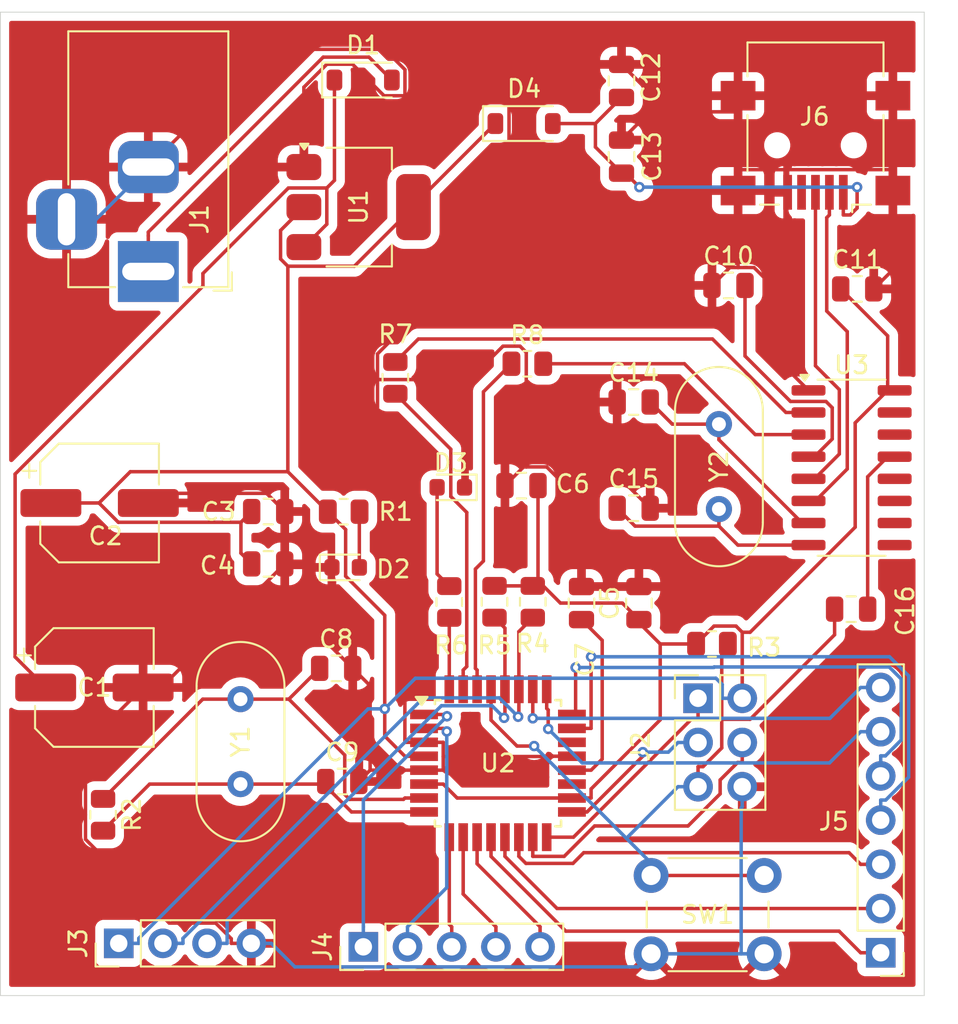
<source format=kicad_pcb>
(kicad_pcb (version 20240108) (generator "pcbnew") (generator_version "8.0")
  (layers (0 "F.Cu" signal) (31 "B.Cu" signal) (34 "B.Paste" user) (35 "F.Paste" user) (36 "B.SilkS" user "B.Silkscreen") (37 "F.SilkS" user "F.Silkscreen") (38 "B.Mask" user) (39 "F.Mask" user) (44 "Edge.Cuts" user))
  (net 0 "")
  (net 1 "Net-(D1-K)")
  (net 2 "GND")
  (net 3 "+5V")
  (net 4 "Net-(U2-AREF)")
  (net 5 "Net-(U2-XTAL1{slash}PB6)")
  (net 6 "Net-(U2-XTAL2{slash}PB7)")
  (net 7 "Net-(U3-V3)")
  (net 8 "Net-(D4-A)")
  (net 9 "Net-(U3-XI)")
  (net 10 "Net-(U3-XO)")
  (net 11 "Net-(U3-~{DTR})")
  (net 12 "/RST")
  (net 13 "Net-(D1-A)")
  (net 14 "Net-(D2-A)")
  (net 15 "Net-(D3-A)")
  (net 16 "/SCK")
  (net 17 "/MISO")
  (net 18 "/MOSI")
  (net 19 "/SCL")
  (net 20 "/SDA")
  (net 21 "/D4")
  (net 22 "/D7")
  (net 23 "/D3")
  (net 24 "/D5")
  (net 25 "/D6")
  (net 26 "/A1")
  (net 27 "/D8")
  (net 28 "/A3")
  (net 29 "/A2")
  (net 30 "/D9")
  (net 31 "/D10")
  (net 32 "/A0")
  (net 34 "/D+")
  (net 35 "/D-")
  (net 36 "Net-(U2-PD2)")
  (net 37 "Net-(U3-TXD)")
  (net 38 "/USB_TX")
  (net 39 "/USB_RX")
  (net 40 "Net-(U3-RXD)")
  (footprint "Resistor_SMD:R_0805_2012Metric" (layer "F.Cu") (at 148.5 99.7875 90)
    (property "Reference" "R6")
    (property "Value" "1k")
  )
  (footprint "Capacitor_SMD:C_0805_2012Metric" (layer "F.Cu") (at 138.0925 94.59)
    (property "Reference" "C3")
    (property "Value" "0.1uF")
  )
  (footprint "Capacitor_SMD:C_0805_2012Metric" (layer "F.Cu") (at 159.4 99.85 90)
    (property "Reference" "C5")
    (property "Value" "1uF")
  )
  (footprint "Connector_PinHeader_2.54mm:PinHeader_1x04_P2.54mm_Vertical" (layer "F.Cu") (at 129.5 119.4 90)
    (property "Reference" "J3")
    (property "Value" "Conn_01x04_Pin")
  )
  (footprint "Connector_PinHeader_2.54mm:PinHeader_2x03_P2.54mm_Vertical" (layer "F.Cu") (at 162.8 105.32)
    (property "Reference" "J2")
    (property "Value" "Conn_02x03_Odd_Even")
  )
  (footprint "Package_QFP:TQFP-32_7x7mm_P0.8mm" (layer "F.Cu") (at 151.3 109.05)
    (property "Reference" "U2")
    (property "Value" "ATmega328-A")
  )
  (footprint "Resistor_SMD:R_0805_2012Metric" (layer "F.Cu") (at 145.4 86.9125 -90)
    (property "Reference" "R7")
    (property "Value" "1k")
  )
  (footprint "LED_SMD:LED_0603_1608Metric" (layer "F.Cu") (at 142.5425 97.8)
    (property "Reference" "D2")
    (property "Value" "LED")
  )
  (footprint "Button_Switch_THT:SW_PUSH_6mm" (layer "F.Cu") (at 160.1 115.5)
    (property "Reference" "SW1")
    (property "Value" "SW_DIP_x01")
  )
  (footprint "Crystal:Crystal_HC49-4H_Vertical" (layer "F.Cu") (at 164 94.45 90)
    (property "Reference" "Y2")
    (property "Value" "1M")
  )
  (footprint "Connector_PinHeader_2.54mm:PinHeader_1x05_P2.54mm_Vertical" (layer "F.Cu") (at 143.56 119.6 90)
    (property "Reference" "J4")
    (property "Value" "Conn_01x05_Pin")
  )
  (footprint "Capacitor_SMD:CP_Elec_6.3x5.4" (layer "F.Cu") (at 128.1 104.7)
    (property "Reference" "C1")
    (property "Value" "47uF")
  )
  (footprint "Resistor_SMD:R_0805_2012Metric" (layer "F.Cu") (at 153.3 99.775 -90)
    (property "Reference" "R4")
    (property "Value" "10k")
  )
  (footprint "Package_SO:SOIC-16_3.9x9.9mm_P1.27mm" (layer "F.Cu") (at 171.625 92.075)
    (property "Reference" "U3")
    (property "Value" "CH340G")
  )
  (footprint "Package_TO_SOT_SMD:SOT-223-3_TabPin2" (layer "F.Cu") (at 143.2925 77.1)
    (property "Reference" "U1")
    (property "Value" "AMS1117-5.0")
  )
  (footprint "Capacitor_SMD:C_0805_2012Metric" (layer "F.Cu") (at 138.0925 97.6)
    (property "Reference" "C4")
    (property "Value" "0.1uF")
  )
  (footprint "Connector_BarrelJack:BarrelJack_Horizontal" (layer "F.Cu") (at 131.2 80.8 -90)
    (property "Reference" "J1")
    (property "Value" "Barrel_Jack_Switch")
  )
  (footprint "Diode_SMD:D_SOD-123" (layer "F.Cu") (at 143.55 69.8)
    (property "Reference" "D1")
    (property "Value" "1N4007")
  )
  (footprint "Resistor_SMD:R_0805_2012Metric" (layer "F.Cu") (at 151.1 99.775 -90)
    (property "Reference" "R5")
    (property "Value" "10k")
  )
  (footprint "LED_SMD:LED_0603_1608Metric" (layer "F.Cu") (at 148.5875 93.2 180)
    (property "Reference" "D3")
    (property "Value" "LED")
  )
  (footprint "Resistor_SMD:R_0805_2012Metric" (layer "F.Cu") (at 142.43 94.6)
    (property "Reference" "R1")
    (property "Value" "1k")
  )
  (footprint "Capacitor_SMD:C_0805_2012Metric" (layer "F.Cu") (at 171.95 81.8)
    (property "Reference" "C11")
    (property "Value" "0.1uF")
  )
  (footprint "Connector_PinHeader_2.54mm:PinHeader_1x07_P2.54mm_Vertical" (layer "F.Cu") (at 173.3 119.94 180)
    (property "Reference" "J5")
    (property "Value" "Conn_01x07_Pin")
  )
  (footprint "Capacitor_SMD:CP_Elec_6.3x5.4" (layer "F.Cu") (at 128.4 94.1)
    (property "Reference" "C2")
    (property "Value" "47uF")
  )
  (footprint "Resistor_SMD:R_0805_2012Metric" (layer "F.Cu") (at 128.6 112.0125 -90)
    (property "Reference" "R2")
    (property "Value" "1M")
  )
  (footprint "Capacitor_SMD:C_0805_2012Metric" (layer "F.Cu") (at 152.65 93.1)
    (property "Reference" "C6")
    (property "Value" "1uF")
  )
  (footprint "Connector_USB:USB_Mini-B_Lumberg_2486_01_Horizontal" (layer "F.Cu") (at 169.55 73.55 180)
    (property "Reference" "J6")
    (property "Value" "USB_B_Mini")
  )
  (footprint "Capacitor_SMD:C_0805_2012Metric" (layer "F.Cu") (at 142.35 110.1)
    (property "Reference" "C9")
    (property "Value" "22pF")
  )
  (footprint "Resistor_SMD:R_0805_2012Metric" (layer "F.Cu") (at 163.6 102.2)
    (property "Reference" "R3")
    (property "Value" "10k")
  )
  (footprint "Capacitor_SMD:C_0805_2012Metric" (layer "F.Cu") (at 158.4 74.2 90)
    (property "Reference" "C13")
    (property "Value" "0.1uF")
  )
  (footprint "Capacitor_SMD:C_0805_2012Metric" (layer "F.Cu") (at 159.1 94.4)
    (property "Reference" "C15")
    (property "Value" "22pF")
  )
  (footprint "Capacitor_SMD:C_0805_2012Metric" (layer "F.Cu") (at 159.1 88.3)
    (property "Reference" "C14")
    (property "Value" "22pF")
  )
  (footprint "Capacitor_SMD:C_0805_2012Metric" (layer "F.Cu") (at 142 103.6)
    (property "Reference" "C8")
    (property "Value" "22pF")
  )
  (footprint "Resistor_SMD:R_0805_2012Metric" (layer "F.Cu") (at 152.9875 86.1)
    (property "Reference" "R8")
    (property "Value" "1k")
  )
  (footprint "Diode_SMD:D_SOD-123" (layer "F.Cu") (at 152.8 72.3)
    (property "Reference" "D4")
    (property "Value" "1N4007")
  )
  (footprint "Capacitor_SMD:C_0805_2012Metric" (layer "F.Cu") (at 171.6 100.2)
    (property "Reference" "C16")
    (property "Value" "0.1uF")
  )
  (footprint "Capacitor_SMD:C_0805_2012Metric" (layer "F.Cu") (at 164.55 81.6)
    (property "Reference" "C10")
    (property "Value" "10nF")
  )
  (footprint "Capacitor_SMD:C_0805_2012Metric" (layer "F.Cu") (at 156.1 99.85 -90)
    (property "Reference" "C7")
    (property "Value" "0.1uF")
  )
  (footprint "Capacitor_SMD:C_0805_2012Metric" (layer "F.Cu") (at 158.4 69.85 90)
    (property "Reference" "C12")
    (property "Value" "0.1uF")
  )
  (footprint "Crystal:Crystal_HC49-4H_Vertical" (layer "F.Cu") (at 136.5 110.25 90)
    (property "Reference" "Y1")
    (property "Value" "1M")
  )
  (gr_line (start 175.8 122.4) (end 175.8 65.9) (stroke (width 0.05)) (layer "Edge.Cuts"))
  (gr_line (start 122.7 122.4) (end 175.8 122.4) (stroke (width 0.05)) (layer "Edge.Cuts"))
  (gr_line (start 122.7 65.9) (end 122.7 122.4) (stroke (width 0.05)) (layer "Edge.Cuts"))
  (gr_line (start 175.8 65.9) (end 122.7 65.9) (stroke (width 0.05)) (layer "Edge.Cuts"))
  (segment (start 141.9 69.8) (end 141.9 75.5635) (width 0.2) (layer "F.Cu") (net 1))
  (segment (start 123.5434 92.4369) (end 123.5434 102.9434) (width 0.2) (layer "F.Cu") (net 1))
  (segment (start 134.3402 81.6401) (end 123.5434 92.4369) (width 0.2) (layer "F.Cu") (net 1))
  (segment (start 141.9 75.5635) (end 141.4606 76.0029) (width 0.2) (layer "F.Cu") (net 1))
  (segment (start 141.4606 78.0819) (end 140.1425 79.4) (width 0.2) (layer "F.Cu") (net 1))
  (segment (start 139.2514 76.0029) (end 134.3402 80.9141) (width 0.2) (layer "F.Cu") (net 1))
  (segment (start 141.4606 76.0029) (end 141.4606 78.0819) (width 0.2) (layer "F.Cu") (net 1))
  (segment (start 123.5434 102.9434) (end 125.3 104.7) (width 0.2) (layer "F.Cu") (net 1))
  (segment (start 134.3402 80.9141) (end 134.3402 81.6401) (width 0.2) (layer "F.Cu") (net 1))
  (segment (start 141.4606 76.0029) (end 139.2514 76.0029) (width 0.2) (layer "F.Cu") (net 1))
  (segment (start 165.1 75.0741) (end 165.1 74.9983) (width 0.2) (layer "F.Cu") (net 2))
  (segment (start 174 80.7) (end 172.9 81.8) (width 0.2) (layer "F.Cu") (net 2))
  (segment (start 154.1018 92.0276) (end 152.9259 92.0276) (width 0.2) (layer "F.Cu") (net 2))
  (segment (start 139.0425 94.59) (end 139.0425 97.6) (width 0.2) (layer "F.Cu") (net 2))
  (segment (start 127.5886 113.4202) (end 132.4027 118.2343) (width 0.2) (layer "F.Cu") (net 2))
  (segment (start 144.3758 87.0097) (end 144.3758 93.1605) (width 0.2) (layer "F.Cu") (net 2))
  (segment (start 165.1 74.9983) (end 165.1485 74.9498) (width 0.2) (layer "F.Cu") (net 2))
  (segment (start 147.05 107.85) (end 148.1517 107.85) (width 0.2) (layer "F.Cu") (net 2))
  (segment (start 165.1 80.5723) (end 164.6277 80.5723) (width 0.2) (layer "F.Cu") (net 2))
  (segment (start 174 70.7) (end 174 71.8517) (width 0.2) (layer "F.Cu") (net 2))
  (segment (start 158.15 92.5) (end 160.05 94.4) (width 0.2) (layer "F.Cu") (net 2))
  (segment (start 152.7724 92.0276) (end 151.7 93.1) (width 0.2) (layer "F.Cu") (net 2))
  (segment (start 174 76.15) (end 174 74.9983) (width 0.2) (layer "F.Cu") (net 2))
  (segment (start 152.9259 92.0276) (end 152.7724 92.0276) (width 0.2) (layer "F.Cu") (net 2))
  (segment (start 167.95 76.25) (end 167.95 74.9498) (width 0.2) (layer "F.Cu") (net 2))
  (segment (start 160.0237 71.6263) (end 160.0237 70.5237) (width 0.2) (layer "F.Cu") (net 2))
  (segment (start 151.5864 85.0899) (end 149.375 87.3013) (width 0.2) (layer "F.Cu") (net 2))
  (segment (start 152.9259 92.0276) (end 152.9259 85.4493) (width 0.2) (layer "F.Cu") (net 2))
  (segment (start 130.9 104.7) (end 127.5886 108.0114) (width 0.2) (layer "F.Cu") (net 2))
  (segment (start 166.9657 85.4457) (end 166.9657 81.5196) (width 0.2) (layer "F.Cu") (net 2))
  (segment (start 151.9344 70.7026) (end 145.9526 70.7026) (width 0.2) (layer "F.Cu") (net 2))
  (segment (start 145.9526 69.2029) (end 145.9526 70.7026) (width 0.2) (layer "F.Cu") (net 2))
  (segment (start 142.9376 68.8911) (end 141.4628 68.8911) (width 0.2) (layer "F.Cu") (net 2))
  (segment (start 165.1 76.15) (end 165.1 75.0741) (width 0.2) (layer "F.Cu") (net 2))
  (segment (start 144.3758 87.0097) (end 149.0834 87.0097) (width 0.2) (layer "F.Cu") (net 2))
  (segment (start 141.755 102.405) (end 142.95 103.6) (width 0.2) (layer "F.Cu") (net 2))
  (segment (start 144.3758 85.5299) (end 151.9344 77.9713) (width 0.2) (layer "F.Cu") (net 2))
  (segment (start 158.15 92.5) (end 158.15 88.3) (width 0.2) (layer "F.Cu") (net 2))
  (segment (start 147.05 109.45) (end 148.1517 109.45) (width 0.2) (layer "F.Cu") (net 2))
  (segment (start 131.9425 104.7) (end 130.9 104.7) (width 0.2) (layer "F.Cu") (net 2))
  (segment (start 165.1 71.6263) (end 160.0237 71.6263) (width 0.2) (layer "F.Cu") (net 2))
  (segment (start 153.737 68.9) (end 158.4 68.9) (width 0.2) (layer "F.Cu") (net 2))
  (segment (start 156.1 94.0258) (end 154.1018 92.0276) (width 0.2) (layer "F.Cu") (net 2))
  (segment (start 137.9983 93.5458) (end 131.7542 93.5458) (width 0.2) (layer "F.Cu") (net 2))
  (segment (start 165.1485 71.9002) (end 165.1485 74.9498) (width 0.2) (layer "F.Cu") (net 2))
  (segment (start 149.0834 87.0097) (end 149.375 87.3013) (width 0.2) (layer "F.Cu") (net 2))
  (segment (start 143.95 109.45) (end 147.05 109.45) (width 0.2) (layer "F.Cu") (net 2))
  (segment (start 165.1485 74.9498) (end 167.95 74.9498) (width 0.2) (layer "F.Cu") (net 2))
  (segment (start 141.755 97.8) (end 139.2425 97.8) (width 0.2) (layer "F.Cu") (net 2))
  (segment (start 165.1 71.8517) (end 165.1485 71.9002) (width 0.2) (layer "F.Cu") (net 2))
  (segment (start 165.1 70.7) (end 165.1 71.6263) (width 0.2) (layer "F.Cu") (net 2))
  (segment (start 141.4628 68.8911) (end 140.1425 70.2114) (width 0.2) (layer "F.Cu") (net 2))
  (segment (start 156.1 98.9) (end 159.4 98.9) (width 0.2) (layer "F.Cu") (net 2))
  (segment (start 139.2425 97.8) (end 139.0425 97.6) (width 0.2) (layer "F.Cu") (net 2))
  (segment (start 127.5886 108.0114) (end 127.5886 113.4202) (width 0.2) (layer "F.Cu") (net 2))
  (segment (start 165.1 77.3017) (end 165.1 80.5723) (width 0.2) (layer "F.Cu") (net 2))
  (segment (start 155.55 108.65) (end 154.4483 108.65) (width 0.2) (layer "F.Cu") (net 2))
  (segment (start 144.7491 70.7026) (end 142.9376 68.8911) (width 0.2) (layer "F.Cu") (net 2))
  (segment (start 158.15 92.5) (end 156.6242 94.0258) (width 0.2) (layer "F.Cu") (net 2))
  (segment (start 132.4027 118.2343) (end 135.0711 118.2343) (width 0.2) (layer "F.Cu") (net 2))
  (segment (start 166.0184 80.5723) (end 165.1 80.5723) (width 0.2) (layer "F.Cu") (net 2))
  (segment (start 156.1 94.0258) (end 156.1 98.9) (width 0.2) (layer "F.Cu") (net 2))
  (segment (start 144.7854 68.0357) (end 145.9526 69.2029) (width 0.2) (layer "F.Cu") (net 2))
  (segment (start 139.0425 94.59) (end 137.9983 93.5458) (width 0.2) (layer "F.Cu") (net 2))
  (segment (start 144.3758 93.1605) (end 145.9483 94.733) (width 0.2) (layer "F.Cu") (net 2))
  (segment (start 141.755 97.8) (end 141.755 102.405) (width 0.2) (layer "F.Cu") (net 2))
  (segment (start 131.2 74.8) (end 137.9643 68.0357) (width 0.2) (layer "F.Cu") (net 2))
  (segment (start 148.1517 108.6659) (end 148.1517 109.45) (width 0.2) (layer "F.Cu") (net 2))
  (segment (start 143.95 104.6) (end 143.95 109.45) (width 0.2) (layer "F.Cu") (net 2))
  (segment (start 160.0237 70.5237) (end 158.4 68.9) (width 0.2) (layer "F.Cu") (net 2))
  (segment (start 135.0711 118.2343) (end 135.9683 119.1315) (width 0.2) (layer "F.Cu") (net 2))
  (segment (start 154.4324 108.6659) (end 154.4483 108.65) (width 0.2) (layer "F.Cu") (net 2))
  (segment (start 169.15 87.63) (end 166.9657 85.4457) (width 0.2) (layer "F.Cu") (net 2))
  (segment (start 152.5665 85.0899) (end 151.5864 85.0899) (width 0.2) (layer "F.Cu") (net 2))
  (segment (start 173.95 71.9017) (end 173.95 74.9483) (width 0.2) (layer "F.Cu") (net 2))
  (segment (start 143.95 109.45) (end 143.3 110.1) (width 0.2) (layer "F.Cu") (net 2))
  (segment (start 167.95 74.9498) (end 167.95 74.9483) (width 0.2) (layer "F.Cu") (net 2))
  (segment (start 147.05 107.85) (end 145.9483 107.85) (width 0.2) (layer "F.Cu") (net 2))
  (segment (start 149.375 87.3013) (end 149.375 93.2) (width 0.2) (layer "F.Cu") (net 2))
  (segment (start 148.1517 107.85) (end 148.1517 108.6659) (width 0.2) (layer "F.Cu") (net 2))
  (segment (start 145.9483 94.733) (end 145.9483 107.85) (width 0.2) (layer "F.Cu") (net 2))
  (segment (start 135.9683 119.1315) (end 135.9683 119.4) (width 0.2) (layer "F.Cu") (net 2))
  (segment (start 167.95 74.9483) (end 173.95 74.9483) (width 0.2) (layer "F.Cu") (net 2))
  (segment (start 174 71.8517) (end 173.95 71.9017) (width 0.2) (layer "F.Cu") (net 2))
  (segment (start 152.9259 85.4493) (end 152.5665 85.0899) (width 0.2) (layer "F.Cu") (net 2))
  (segment (start 165.1 71.6263) (end 165.1 71.8517) (width 0.2) (layer "F.Cu") (net 2))
  (segment (start 173.95 74.9483) (end 174 74.9983) (width 0.2) (layer "F.Cu") (net 2))
  (segment (start 160.0237 71.6263) (end 158.4 73.25) (width 0.2) (layer "F.Cu") (net 2))
  (segment (start 174 76.15) (end 174 80.7) (width 0.2) (layer "F.Cu") (net 2))
  (segment (start 145.9526 70.7026) (end 144.7491 70.7026) (width 0.2) (layer "F.Cu") (net 2))
  (segment (start 148.1517 108.6659) (end 154.4324 108.6659) (width 0.2) (layer "F.Cu") (net 2))
  (segment (start 151.9344 70.7026) (end 153.737 68.9) (width 0.2) (layer "F.Cu") (net 2))
  (segment (start 131.7542 93.5458) (end 131.2 94.1) (width 0.2) (layer "F.Cu") (net 2))
  (segment (start 140.1425 70.2114) (end 140.1425 74.8) (width 0.2) (layer "F.Cu") (net 2))
  (segment (start 137.12 119.4) (end 135.9683 119.4) (width 0.2) (layer "F.Cu") (net 2))
  (segment (start 139.0425 97.6) (end 131.9425 104.7) (width 0.2) (layer "F.Cu") (net 2))
  (segment (start 142.95 103.6) (end 143.95 104.6) (width 0.2) (layer "F.Cu") (net 2))
  (segment (start 156.6242 94.0258) (end 156.1 94.0258) (width 0.2) (layer "F.Cu") (net 2))
  (segment (start 165.1 76.15) (end 165.1 77.3017) (width 0.2) (layer "F.Cu") (net 2))
  (segment (start 166.9657 81.5196) (end 166.0184 80.5723) (width 0.2) (layer "F.Cu") (net 2))
  (segment (start 164.6277 80.5723) (end 163.6 81.6) (width 0.2) (layer "F.Cu") (net 2))
  (segment (start 151.9344 77.9713) (end 151.9344 70.7026) (width 0.2) (layer "F.Cu") (net 2))
  (segment (start 137.9643 68.0357) (end 144.7854 68.0357) (width 0.2) (layer "F.Cu") (net 2))
  (segment (start 144.3758 87.0097) (end 144.3758 85.5299) (width 0.2) (layer "F.Cu") (net 2))
  (segment (start 165.2778 120) (end 166.6 120) (width 0.2) (layer "B.Cu") (net 2))
  (segment (start 165.2778 120) (end 165.2778 111.6139) (width 0.2) (layer "B.Cu") (net 2))
  (segment (start 138.2717 119.4) (end 139.6234 120.7517) (width 0.2) (layer "B.Cu") (net 2))
  (segment (start 165.34 110.4) (end 165.34 111.5517) (width 0.2) (layer "B.Cu") (net 2))
  (segment (start 126.5 77.8) (end 128.2 77.8) (width 0.2) (layer "B.Cu") (net 2))
  (segment (start 159.3483 120.7517) (end 160.1 120) (width 0.2) (layer "B.Cu") (net 2))
  (segment (start 165.2778 111.6139) (end 165.34 111.5517) (width 0.2) (layer "B.Cu") (net 2))
  (segment (start 137.12 119.4) (end 138.2717 119.4) (width 0.2) (layer "B.Cu") (net 2))
  (segment (start 160.1 120) (end 165.2778 120) (width 0.2) (layer "B.Cu") (net 2))
  (segment (start 128.2 77.8) (end 131.2 74.8) (width 0.2) (layer "B.Cu") (net 2))
  (segment (start 139.6234 120.7517) (end 159.3483 120.7517) (width 0.2) (layer "B.Cu") (net 2))
  (segment (start 144.7911 105.9283) (end 144.7911 100.5533) (width 0.2) (layer "F.Cu") (net 3))
  (segment (start 154.8875 99.85) (end 153.6 98.5625) (width 0.2) (layer "F.Cu") (net 3))
  (segment (start 148.1517 110.25) (end 148.9517 111.05) (width 0.2) (layer "F.Cu") (net 3))
  (segment (start 144.7911 100.5533) (end 142.5425 98.3047) (width 0.2) (layer "F.Cu") (net 3))
  (segment (start 143.0455 80.497) (end 139.2201 80.497) (width 0.2) (layer "F.Cu") (net 3))
  (segment (start 160.625 102.2) (end 159.4 100.975) (width 0.2) (layer "F.Cu") (net 3))
  (segment (start 148.9517 111.05) (end 155.55 111.05) (width 0.2) (layer "F.Cu") (net 3))
  (segment (start 144.7911 105.9283) (end 144.7911 107.4928) (width 0.2) (layer "F.Cu") (net 3))
  (segment (start 139.2201 92.3026) (end 130.1648 92.3026) (width 0.2) (layer "F.Cu") (net 3))
  (segment (start 171.8327 95.4866) (end 171.8327 89.496) (width 0.2) (layer "F.Cu") (net 3))
  (segment (start 165.34 105.32) (end 165.34 101.5271) (width 0.2) (layer "F.Cu") (net 3))
  (segment (start 139.2201 80.497) (end 138.802 80.0789) (width 0.2) (layer "F.Cu") (net 3))
  (segment (start 128.3674 94.1) (end 125.6 94.1) (width 0.2) (layer "F.Cu") (net 3))
  (segment (start 138.802 80.0789) (end 138.802 78.4405) (width 0.2) (layer "F.Cu") (net 3))
  (segment (start 128.3674 94.1) (end 129.4759 95.2085) (width 0.2) (layer "F.Cu") (net 3))
  (segment (start 158.45 99.85) (end 154.8875 99.85) (width 0.2) (layer "F.Cu") (net 3))
  (segment (start 147.05 108.65) (end 145.9483 108.65) (width 0.2) (layer "F.Cu") (net 3))
  (segment (start 147.05 110.25) (end 148.1517 110.25) (width 0.2) (layer "F.Cu") (net 3))
  (segment (start 155.55 111.05) (end 156.6517 111.05) (width 0.2) (layer "F.Cu") (net 3))
  (segment (start 160.625 106.556) (end 156.6517 110.5293) (width 0.2) (layer "F.Cu") (net 3))
  (segment (start 136.524 96.9815) (end 136.524 95.2085) (width 0.2) (layer "F.Cu") (net 3))
  (segment (start 139.2201 92.3026) (end 141.5175 94.6) (width 0.2) (layer "F.Cu") (net 3))
  (segment (start 159.4 100.8) (end 158.45 99.85) (width 0.2) (layer "F.Cu") (net 3))
  (segment (start 137.1425 97.6) (end 136.524 96.9815) (width 0.2) (layer "F.Cu") (net 3))
  (segment (start 160.625 102.2) (end 160.625 106.556) (width 0.2) (layer "F.Cu") (net 3))
  (segment (start 136.524 95.2085) (end 137.1425 94.59) (width 0.2) (layer "F.Cu") (net 3))
  (segment (start 173.6987 84.4987) (end 171 81.8) (width 0.2) (layer "F.Cu") (net 3))
  (segment (start 142.5425 98.3047) (end 142.5425 95.625) (width 0.2) (layer "F.Cu") (net 3))
  (segment (start 142.5425 95.625) (end 141.5175 94.6) (width 0.2) (layer "F.Cu") (net 3))
  (segment (start 130.1648 92.3026) (end 128.3674 94.1) (width 0.2) (layer "F.Cu") (net 3))
  (segment (start 138.802 78.4405) (end 140.1425 77.1) (width 0.2) (layer "F.Cu") (net 3))
  (segment (start 144.7911 107.4928) (end 145.9483 108.65) (width 0.2) (layer "F.Cu") (net 3))
  (segment (start 146.4425 77.1) (end 143.0455 80.497) (width 0.2) (layer "F.Cu") (net 3))
  (segment (start 151.15 72.3) (end 146.4425 77.0075) (width 0.2) (layer "F.Cu") (net 3))
  (segment (start 139.2201 80.497) (end 139.2201 92.3026) (width 0.2) (layer "F.Cu") (net 3))
  (segment (start 171.8327 89.496) (end 173.6987 87.63) (width 0.2) (layer "F.Cu") (net 3))
  (segment (start 162.6875 102.2) (end 160.625 102.2) (width 0.2) (layer "F.Cu") (net 3))
  (segment (start 153.6 98.5625) (end 153.3 98.8625) (width 0.2) (layer "F.Cu") (net 3))
  (segment (start 165.34 101.5271) (end 164.9844 101.1715) (width 0.2) (layer "F.Cu") (net 3))
  (segment (start 173.6987 87.63) (end 174.1 87.63) (width 0.2) (layer "F.Cu") (net 3))
  (segment (start 129.4759 95.2085) (end 136.524 95.2085) (width 0.2) (layer "F.Cu") (net 3))
  (segment (start 156.6517 110.5293) (end 156.6517 111.05) (width 0.2) (layer "F.Cu") (net 3))
  (segment (start 159.4 100.975) (end 159.4 100.8) (width 0.2) (layer "F.Cu") (net 3))
  (segment (start 163.716 101.1715) (end 162.6875 102.2) (width 0.2) (layer "F.Cu") (net 3))
  (segment (start 153.6 93.1) (end 153.6 98.5625) (width 0.2) (layer "F.Cu") (net 3))
  (segment (start 151.1 98.8625) (end 153.3 98.8625) (width 0.2) (layer "F.Cu") (net 3))
  (segment (start 165.7922 101.5271) (end 171.8327 95.4866) (width 0.2) (layer "F.Cu") (net 3))
  (segment (start 146.4425 77.0075) (end 146.4425 77.1) (width 0.2) (layer "F.Cu") (net 3))
  (segment (start 165.34 101.5271) (end 165.7922 101.5271) (width 0.2) (layer "F.Cu") (net 3))
  (segment (start 164.9844 101.1715) (end 163.716 101.1715) (width 0.2) (layer "F.Cu") (net 3))
  (segment (start 173.6987 87.63) (end 173.6987 84.4987) (width 0.2) (layer "F.Cu") (net 3))
  (via (at 144.7911 105.9283) (size 0.6) (drill 0.3) (layers "F.Cu" "B.Cu") (net 3))
  (segment (start 144.7911 105.9283) (end 143.8355 105.9283) (width 0.2) (layer "B.Cu") (net 3))
  (segment (start 129.5 119.4) (end 130.6517 119.4) (width 0.2) (layer "B.Cu") (net 3))
  (segment (start 165.34 105.32) (end 164.1883 105.32) (width 0.2) (layer "B.Cu") (net 3))
  (segment (start 130.6517 119.1121) (end 130.6517 119.4) (width 0.2) (layer "B.Cu") (net 3))
  (segment (start 146.5511 104.1683) (end 163.8284 104.1683) (width 0.2) (layer "B.Cu") (net 3))
  (segment (start 163.8284 104.1683) (end 164.1883 104.5282) (width 0.2) (layer "B.Cu") (net 3))
  (segment (start 164.1883 104.5282) (end 164.1883 105.32) (width 0.2) (layer "B.Cu") (net 3))
  (segment (start 144.7911 105.9283) (end 146.5511 104.1683) (width 0.2) (layer "B.Cu") (net 3))
  (segment (start 143.8355 105.9283) (end 130.6517 119.1121) (width 0.2) (layer "B.Cu") (net 3))
  (segment (start 157.2903 108.8114) (end 156.6517 109.45) (width 0.2) (layer "F.Cu") (net 4))
  (segment (start 156.1 100.8) (end 157.2903 101.9903) (width 0.2) (layer "F.Cu") (net 4))
  (segment (start 155.55 109.45) (end 156.6517 109.45) (width 0.2) (layer "F.Cu") (net 4))
  (segment (start 157.2903 101.9903) (end 157.2903 108.8114) (width 0.2) (layer "F.Cu") (net 4))
  (segment (start 147.05 111.05) (end 145.9483 111.05) (width 0.2) (layer "F.Cu") (net 5))
  (segment (start 134.33 105.37) (end 136.5 105.37) (width 0.2) (layer "F.Cu") (net 5))
  (segment (start 136.5 105.37) (end 139.28 105.37) (width 0.2) (layer "F.Cu") (net 5))
  (segment (start 142.4916 110.8449) (end 142.4916 108.5816) (width 0.2) (layer "F.Cu") (net 5))
  (segment (start 145.8706 111.1277) (end 142.7744 111.1277) (width 0.2) (layer "F.Cu") (net 5))
  (segment (start 139.28 105.37) (end 141.05 103.6) (width 0.2) (layer "F.Cu") (net 5))
  (segment (start 145.9483 111.05) (end 145.8706 111.1277) (width 0.2) (layer "F.Cu") (net 5))
  (segment (start 142.4916 108.5816) (end 139.28 105.37) (width 0.2) (layer "F.Cu") (net 5))
  (segment (start 142.7744 111.1277) (end 142.4916 110.8449) (width 0.2) (layer "F.Cu") (net 5))
  (segment (start 128.6 111.1) (end 134.33 105.37) (width 0.2) (layer "F.Cu") (net 5))
  (segment (start 128.6 112.925) (end 131.275 110.25) (width 0.2) (layer "F.Cu") (net 6))
  (segment (start 141.4 110.3704) (end 142.8796 111.85) (width 0.2) (layer "F.Cu") (net 6))
  (segment (start 141.4 110.1) (end 141.4 110.25) (width 0.2) (layer "F.Cu") (net 6))
  (segment (start 131.275 110.25) (end 136.5 110.25) (width 0.2) (layer "F.Cu") (net 6))
  (segment (start 142.8796 111.85) (end 147.05 111.85) (width 0.2) (layer "F.Cu") (net 6))
  (segment (start 136.5 110.25) (end 141.4 110.25) (width 0.2) (layer "F.Cu") (net 6))
  (segment (start 141.4 110.25) (end 141.4 110.3704) (width 0.2) (layer "F.Cu") (net 6))
  (segment (start 165.5 85.6534) (end 168.1116 88.265) (width 0.2) (layer "F.Cu") (net 7))
  (segment (start 165.5 81.6) (end 165.5 85.6534) (width 0.2) (layer "F.Cu") (net 7))
  (segment (start 169.4947 91.44) (end 169.15 91.44) (width 0.2) (layer "F.Cu") (net 7))
  (segment (start 170.5128 90.4219) (end 169.4947 91.44) (width 0.2) (layer "F.Cu") (net 7))
  (segment (start 168.1116 88.265) (end 170.1525 88.265) (width 0.2) (layer "F.Cu") (net 7))
  (segment (start 170.1525 88.265) (end 170.5128 88.6253) (width 0.2) (layer "F.Cu") (net 7))
  (segment (start 170.5128 88.6253) (end 170.5128 90.4219) (width 0.2) (layer "F.Cu") (net 7))
  (segment (start 171.9425 77.1555) (end 171.9425 75.9533) (width 0.2) (layer "F.Cu") (net 8))
  (segment (start 156.9 72.3) (end 156.9 73.65) (width 0.2) (layer "F.Cu") (net 8))
  (segment (start 154.45 72.3) (end 156.9 72.3) (width 0.2) (layer "F.Cu") (net 8))
  (segment (start 171.5463 77.5517) (end 171.9425 77.1555) (width 0.2) (layer "F.Cu") (net 8))
  (segment (start 158.625 75.15) (end 159.4283 75.9533) (width 0.2) (layer "F.Cu") (net 8))
  (segment (start 156.9 72.3) (end 158.4 70.8) (width 0.2) (layer "F.Cu") (net 8))
  (segment (start 171.15 77.5517) (end 171.5463 77.5517) (width 0.2) (layer "F.Cu") (net 8))
  (segment (start 156.9 73.65) (end 158.4 75.15) (width 0.2) (layer "F.Cu") (net 8))
  (segment (start 171.15 76.25) (end 171.15 77.5517) (width 0.2) (layer "F.Cu") (net 8))
  (segment (start 158.4 75.15) (end 158.625 75.15) (width 0.2) (layer "F.Cu") (net 8))
  (via (at 171.9425 75.9533) (size 0.6) (drill 0.3) (layers "F.Cu" "B.Cu") (net 8))
  (via (at 159.4283 75.9533) (size 0.6) (drill 0.3) (layers "F.Cu" "B.Cu") (net 8))
  (segment (start 159.4283 75.9533) (end 171.9425 75.9533) (width 0.2) (layer "B.Cu") (net 8))
  (segment (start 164 90.4673) (end 164 89.57) (width 0.2) (layer "F.Cu") (net 9))
  (segment (start 161.32 89.57) (end 160.05 88.3) (width 0.2) (layer "F.Cu") (net 9))
  (segment (start 169.15 95.25) (end 168.7827 95.25) (width 0.2) (layer "F.Cu") (net 9))
  (segment (start 168.7827 95.25) (end 164 90.4673) (width 0.2) (layer "F.Cu") (net 9))
  (segment (start 164 89.57) (end 161.32 89.57) (width 0.2) (layer "F.Cu") (net 9))
  (segment (start 164 95.4283) (end 164 94.45) (width 0.2) (layer "F.Cu") (net 10))
  (segment (start 164 95.4283) (end 159.1783 95.4283) (width 0.2) (layer "F.Cu") (net 10))
  (segment (start 165.0917 96.52) (end 164 95.4283) (width 0.2) (layer "F.Cu") (net 10))
  (segment (start 169.15 96.52) (end 165.0917 96.52) (width 0.2) (layer "F.Cu") (net 10))
  (segment (start 159.1783 95.4283) (end 158.15 94.4) (width 0.2) (layer "F.Cu") (net 10))
  (segment (start 172.55 100.2) (end 172.55 92.5913) (width 0.2) (layer "F.Cu") (net 11))
  (segment (start 172.55 92.5913) (end 173.7013 91.44) (width 0.2) (layer "F.Cu") (net 11))
  (segment (start 173.7013 91.44) (end 174.1 91.44) (width 0.2) (layer "F.Cu") (net 11))
  (segment (start 164.162 106.5269) (end 164.162 102.5505) (width 0.2) (layer "F.Cu") (net 12))
  (segment (start 162.8 109.2483) (end 163.088 109.2483) (width 0.2) (layer "F.Cu") (net 12))
  (segment (start 164.162 102.5505) (end 164.5125 102.2) (width 0.2) (layer "F.Cu") (net 12))
  (segment (start 150.9 106.5718) (end 150.9 104.8) (width 0.2) (layer "F.Cu") (net 12))
  (segment (start 164.162 108.1743) (end 164.162 106.5269) (width 0.2) (layer "F.Cu") (net 12))
  (segment (start 166.6 115.5) (end 160.1 115.5) (width 0.2) (layer "F.Cu") (net 12))
  (segment (start 170.65 100.2) (end 170.65 101.668) (width 0.2) (layer "F.Cu") (net 12))
  (segment (start 165.7911 106.5269) (end 164.162 106.5269) (width 0.2) (layer "F.Cu") (net 12))
  (segment (start 152.3924 108.0642) (end 150.9 106.5718) (width 0.2) (layer "F.Cu") (net 12))
  (segment (start 170.65 101.668) (end 165.7911 106.5269) (width 0.2) (layer "F.Cu") (net 12))
  (segment (start 163.088 109.2483) (end 164.162 108.1743) (width 0.2) (layer "F.Cu") (net 12))
  (segment (start 153.3786 108.0642) (end 152.3924 108.0642) (width 0.2) (layer "F.Cu") (net 12))
  (segment (start 162.8 110.4) (end 162.8 109.2483) (width 0.2) (layer "F.Cu") (net 12))
  (via (at 153.3786 108.0642) (size 0.6) (drill 0.3) (layers "F.Cu" "B.Cu") (net 12))
  (segment (start 160.1 114.7856) (end 158.6814 113.3669) (width 0.2) (layer "B.Cu") (net 12))
  (segment (start 162.8 110.4) (end 161.6483 110.4) (width 0.2) (layer "B.Cu") (net 12))
  (segment (start 160.1 115.5) (end 160.1 114.7856) (width 0.2) (layer "B.Cu") (net 12))
  (segment (start 158.6814 113.3669) (end 153.3786 108.0642) (width 0.2) (layer "B.Cu") (net 12))
  (segment (start 161.6483 110.4) (end 158.6814 113.3669) (width 0.2) (layer "B.Cu") (net 12))
  (segment (start 141.2506 68.4847) (end 131.2 78.5353) (width 0.2) (layer "F.Cu") (net 13))
  (segment (start 145.2 69.8) (end 143.8847 68.4847) (width 0.2) (layer "F.Cu") (net 13))
  (segment (start 143.8847 68.4847) (end 141.2506 68.4847) (width 0.2) (layer "F.Cu") (net 13))
  (segment (start 131.2 80.8) (end 131.2 78.7483) (width 0.2) (layer "F.Cu") (net 13))
  (segment (start 131.2 78.5353) (end 131.2 78.7483) (width 0.2) (layer "F.Cu") (net 13))
  (segment (start 143.3425 94.6) (end 143.33 94.6125) (width 0.2) (layer "F.Cu") (net 14))
  (segment (start 143.33 94.6125) (end 143.33 97.8) (width 0.2) (layer "F.Cu") (net 14))
  (segment (start 148.5 98.875) (end 147.8 98.175) (width 0.2) (layer "F.Cu") (net 15))
  (segment (start 147.8 98.175) (end 147.8 93.2) (width 0.2) (layer "F.Cu") (net 15))
  (segment (start 155.55 111.85) (end 156.4198 111.85) (width 0.2) (layer "F.Cu") (net 16))
  (segment (start 159.6257 108.6441) (end 159.6257 108.4146) (width 0.2) (layer "F.Cu") (net 16))
  (segment (start 156.4198 111.85) (end 159.6257 108.6441) (width 0.2) (layer "F.Cu") (net 16))
  (via (at 159.6257 108.4146) (size 0.6) (drill 0.3) (layers "F.Cu" "B.Cu") (net 16))
  (segment (start 159.6257 108.4146) (end 161.0937 108.4146) (width 0.2) (layer "B.Cu") (net 16))
  (segment (start 162.8 107.86) (end 161.6483 107.86) (width 0.2) (layer "B.Cu") (net 16))
  (segment (start 161.0937 108.4146) (end 161.6483 107.86) (width 0.2) (layer "B.Cu") (net 16))
  (segment (start 162.8 105.32) (end 162.8 106.4717) (width 0.2) (layer "F.Cu") (net 17))
  (segment (start 155.6403 113.3) (end 154.1 113.3) (width 0.2) (layer "F.Cu") (net 17))
  (segment (start 162.4686 106.4717) (end 155.6403 113.3) (width 0.2) (layer "F.Cu") (net 17))
  (segment (start 162.8 106.4717) (end 162.4686 106.4717) (width 0.2) (layer "F.Cu") (net 17))
  (segment (start 164.07 110.0132) (end 165.0715 109.0117) (width 0.2) (layer "F.Cu") (net 18))
  (segment (start 153.3 114.4017) (end 155.1066 114.4017) (width 0.2) (layer "F.Cu") (net 18))
  (segment (start 156.8522 112.6561) (end 162.2233 112.6561) (width 0.2) (layer "F.Cu") (net 18))
  (segment (start 165.34 107.86) (end 165.34 109.0117) (width 0.2) (layer "F.Cu") (net 18))
  (segment (start 162.2233 112.6561) (end 164.07 110.8094) (width 0.2) (layer "F.Cu") (net 18))
  (segment (start 155.1066 114.4017) (end 156.8522 112.6561) (width 0.2) (layer "F.Cu") (net 18))
  (segment (start 165.0715 109.0117) (end 165.34 109.0117) (width 0.2) (layer "F.Cu") (net 18))
  (segment (start 164.07 110.8094) (end 164.07 110.0132) (width 0.2) (layer "F.Cu") (net 18))
  (segment (start 153.3 113.3) (end 153.3 114.4017) (width 0.2) (layer "F.Cu") (net 18))
  (segment (start 151.7 104.8) (end 151.7 105.9017) (width 0.2) (layer "F.Cu") (net 19))
  (segment (start 151.1 100.6875) (end 151.7 101.2875) (width 0.2) (layer "F.Cu") (net 19))
  (segment (start 151.7 106.3956) (end 151.652 106.4436) (width 0.2) (layer "F.Cu") (net 19))
  (segment (start 151.7 101.2875) (end 151.7 104.8) (width 0.2) (layer "F.Cu") (net 19))
  (segment (start 151.7 105.9017) (end 151.7 106.3956) (width 0.2) (layer "F.Cu") (net 19))
  (via (at 151.652 106.4436) (size 0.6) (drill 0.3) (layers "F.Cu" "B.Cu") (net 19))
  (segment (start 135.7317 118.0632) (end 135.7317 119.4) (width 0.2) (layer "B.Cu") (net 19))
  (segment (start 150.956 105.7476) (end 148.0473 105.7476) (width 0.2) (layer "B.Cu") (net 19))
  (segment (start 148.0473 105.7476) (end 135.7317 118.0632) (width 0.2) (layer "B.Cu") (net 19))
  (segment (start 134.58 119.4) (end 135.7317 119.4) (width 0.2) (layer "B.Cu") (net 19))
  (segment (start 151.652 106.4436) (end 150.956 105.7476) (width 0.2) (layer "B.Cu") (net 19))
  (segment (start 152.5 106.3365) (end 152.4575 106.379) (width 0.2) (layer "F.Cu") (net 20))
  (segment (start 152.5 104.8) (end 152.5 101.4875) (width 0.2) (layer "F.Cu") (net 20))
  (segment (start 152.5 104.8) (end 152.5 106.3365) (width 0.2) (layer "F.Cu") (net 20))
  (segment (start 152.5 101.4875) (end 153.3 100.6875) (width 0.2) (layer "F.Cu") (net 20))
  (via (at 152.4575 106.379) (size 0.6) (drill 0.3) (layers "F.Cu" "B.Cu") (net 20))
  (segment (start 132.04 119.4) (end 133.1917 119.4) (width 0.2) (layer "B.Cu") (net 20))
  (segment (start 151.375 105.2965) (end 147.0073 105.2965) (width 0.2) (layer "B.Cu") (net 20))
  (segment (start 147.0073 105.2965) (end 133.1917 119.1121) (width 0.2) (layer "B.Cu") (net 20))
  (segment (start 133.1917 119.1121) (end 133.1917 119.4) (width 0.2) (layer "B.Cu") (net 20))
  (segment (start 152.4575 106.379) (end 151.375 105.2965) (width 0.2) (layer "B.Cu") (net 20))
  (segment (start 148.1517 107.05) (end 148.3267 107.225) (width 0.2) (layer "F.Cu") (net 21))
  (segment (start 147.05 107.05) (end 148.1517 107.05) (width 0.2) (layer "F.Cu") (net 21))
  (segment (start 148.3267 107.225) (end 148.3548 107.225) (width 0.2) (layer "F.Cu") (net 21))
  (via (at 148.3548 107.225) (size 0.6) (drill 0.3) (layers "F.Cu" "B.Cu") (net 21))
  (segment (start 146.1 119.6) (end 146.1 118.4483) (width 0.2) (layer "B.Cu") (net 21))
  (segment (start 148.3548 107.225) (end 148.3548 116.1935) (width 0.2) (layer "B.Cu") (net 21))
  (segment (start 148.3548 116.1935) (end 146.1 118.4483) (width 0.2) (layer "B.Cu") (net 21))
  (segment (start 153.72 119.6) (end 153.72 118.4483) (width 0.2) (layer "F.Cu") (net 22))
  (segment (start 153.72 118.4483) (end 150.1 114.8283) (width 0.2) (layer "F.Cu") (net 22))
  (segment (start 150.1 114.8283) (end 150.1 113.3) (width 0.2) (layer "F.Cu") (net 22))
  (segment (start 148.2641 106.25) (end 148.3674 106.3533) (width 0.2) (layer "F.Cu") (net 23))
  (segment (start 147.05 106.25) (end 148.2641 106.25) (width 0.2) (layer "F.Cu") (net 23))
  (via (at 148.3674 106.3533) (size 0.6) (drill 0.3) (layers "F.Cu" "B.Cu") (net 23))
  (segment (start 143.56 111.1607) (end 148.3674 106.3533) (width 0.2) (layer "B.Cu") (net 23))
  (segment (start 143.56 118.4483) (end 143.56 111.1607) (width 0.2) (layer "B.Cu") (net 23))
  (segment (start 143.56 119.6) (end 143.56 118.4483) (width 0.2) (layer "B.Cu") (net 23))
  (segment (start 148.64 119.6) (end 148.64 118.4483) (width 0.2) (layer "F.Cu") (net 24))
  (segment (start 148.5 118.3083) (end 148.5 113.3) (width 0.2) (layer "F.Cu") (net 24))
  (segment (start 148.64 118.4483) (end 148.5 118.3083) (width 0.2) (layer "F.Cu") (net 24))
  (segment (start 149.3 116.5683) (end 149.3 113.3) (width 0.2) (layer "F.Cu") (net 25))
  (segment (start 151.18 118.4483) (end 149.3 116.5683) (width 0.2) (layer "F.Cu") (net 25))
  (segment (start 151.18 119.6) (end 151.18 118.4483) (width 0.2) (layer "F.Cu") (net 25))
  (segment (start 155.7625 106.0375) (end 155.7625 103.5518) (width 0.2) (layer "F.Cu") (net 26))
  (segment (start 155.55 106.25) (end 155.7625 106.0375) (width 0.2) (layer "F.Cu") (net 26))
  (via (at 155.7625 103.5518) (size 0.6) (drill 0.3) (layers "F.Cu" "B.Cu") (net 26))
  (segment (start 155.7625 103.5518) (end 163.6947 103.5518) (width 0.2) (layer "B.Cu") (net 26))
  (segment (start 174.4772 107.7196) (end 173.5685 108.6283) (width 0.2) (layer "B.Cu") (net 26))
  (segment (start 173.3 109.78) (end 173.3 108.6283) (width 0.2) (layer "B.Cu") (net 26))
  (segment (start 174.4772 104.212) (end 174.4772 107.7196) (width 0.2) (layer "B.Cu") (net 26))
  (segment (start 163.7264 103.5201) (end 173.7853 103.5201) (width 0.2) (layer "B.Cu") (net 26))
  (segment (start 173.5685 108.6283) (end 173.3 108.6283) (width 0.2) (layer "B.Cu") (net 26))
  (segment (start 173.7853 103.5201) (end 174.4772 104.212) (width 0.2) (layer "B.Cu") (net 26))
  (segment (start 163.6947 103.5518) (end 163.7264 103.5201) (width 0.2) (layer "B.Cu") (net 26))
  (segment (start 155.1966 118.6983) (end 170.9066 118.6983) (width 0.2) (layer "F.Cu") (net 27))
  (segment (start 170.9066 118.6983) (end 172.1483 119.94) (width 0.2) (layer "F.Cu") (net 27))
  (segment (start 173.3 119.94) (end 172.1483 119.94) (width 0.2) (layer "F.Cu") (net 27))
  (segment (start 150.9 113.3) (end 150.9 114.4017) (width 0.2) (layer "F.Cu") (net 27))
  (segment (start 150.9 114.4017) (end 155.1966 118.6983) (width 0.2) (layer "F.Cu") (net 27))
  (segment (start 153.3 104.8) (end 153.3 106.4717) (width 0.2) (layer "F.Cu") (net 28))
  (via (at 153.3 106.4717) (size 0.6) (drill 0.3) (layers "F.Cu" "B.Cu") (net 28))
  (segment (start 173.3 104.7) (end 172.1483 104.7) (width 0.2) (layer "B.Cu") (net 28))
  (segment (start 170.3766 106.4717) (end 153.3 106.4717) (width 0.2) (layer "B.Cu") (net 28))
  (segment (start 172.1483 104.7) (end 170.3766 106.4717) (width 0.2) (layer "B.Cu") (net 28))
  (segment (start 154.1865 105.9882) (end 154.1 105.9017) (width 0.2) (layer "F.Cu") (net 29))
  (segment (start 154.1865 107.0785) (end 154.1865 105.9882) (width 0.2) (layer "F.Cu") (net 29))
  (segment (start 154.1 104.8) (end 154.1 105.9017) (width 0.2) (layer "F.Cu") (net 29))
  (via (at 154.1865 107.0785) (size 0.6) (drill 0.3) (layers "F.Cu" "B.Cu") (net 29))
  (segment (start 173.3 107.24) (end 172.1483 107.24) (width 0.2) (layer "B.Cu") (net 29))
  (segment (start 154.1865 107.0785) (end 156.1413 109.0333) (width 0.2) (layer "B.Cu") (net 29))
  (segment (start 170.355 109.0333) (end 172.1483 107.24) (width 0.2) (layer "B.Cu") (net 29))
  (segment (start 156.1413 109.0333) (end 170.355 109.0333) (width 0.2) (layer "B.Cu") (net 29))
  (segment (start 151.7 113.3) (end 151.7 114.4017) (width 0.2) (layer "F.Cu") (net 30))
  (segment (start 154.6983 117.4) (end 151.7 114.4017) (width 0.2) (layer "F.Cu") (net 30))
  (segment (start 173.3 117.4) (end 154.6983 117.4) (width 0.2) (layer "F.Cu") (net 30))
  (segment (start 156.2268 114.1904) (end 155.6113 114.8059) (width 0.2) (layer "F.Cu") (net 31))
  (segment (start 173.3 114.86) (end 172.1483 114.86) (width 0.2) (layer "F.Cu") (net 31))
  (segment (start 172.1483 114.86) (end 171.4787 114.1904) (width 0.2) (layer "F.Cu") (net 31))
  (segment (start 152.5 113.3) (end 152.5 114.4017) (width 0.2) (layer "F.Cu") (net 31))
  (segment (start 171.4787 114.1904) (end 156.2268 114.1904) (width 0.2) (layer "F.Cu") (net 31))
  (segment (start 152.9042 114.8059) (end 152.5 114.4017) (width 0.2) (layer "F.Cu") (net 31))
  (segment (start 155.6113 114.8059) (end 152.9042 114.8059) (width 0.2) (layer "F.Cu") (net 31))
  (segment (start 155.55 107.05) (end 156.6517 107.05) (width 0.2) (layer "F.Cu") (net 32))
  (segment (start 156.6517 102.9353) (end 156.6517 107.05) (width 0.2) (layer "F.Cu") (net 32))
  (via (at 156.6517 102.9353) (size 0.6) (drill 0.3) (layers "F.Cu" "B.Cu") (net 32))
  (segment (start 173.5879 111.1683) (end 174.9058 109.8504) (width 0.2) (layer "B.Cu") (net 32))
  (segment (start 173.8071 102.9353) (end 156.6517 102.9353) (width 0.2) (layer "B.Cu") (net 32))
  (segment (start 173.3 111.1683) (end 173.5879 111.1683) (width 0.2) (layer "B.Cu") (net 32))
  (segment (start 174.9058 104.034) (end 173.8071 102.9353) (width 0.2) (layer "B.Cu") (net 32))
  (segment (start 174.9058 109.8504) (end 174.9058 104.034) (width 0.2) (layer "B.Cu") (net 32))
  (segment (start 173.3 112.32) (end 173.3 111.1683) (width 0.2) (layer "B.Cu") (net 32))
  (segment (start 169.55 86.2152) (end 170.9209 87.5861) (width 0.2) (layer "F.Cu") (net 34))
  (segment (start 170.9209 87.5861) (end 170.9209 91.2858) (width 0.2) (layer "F.Cu") (net 34))
  (segment (start 169.55 76.25) (end 169.55 86.2152) (width 0.2) (layer "F.Cu") (net 34))
  (segment (start 169.4967 92.71) (end 169.15 92.71) (width 0.2) (layer "F.Cu") (net 34))
  (segment (start 170.9209 91.2858) (end 169.4967 92.71) (width 0.2) (layer "F.Cu") (net 34))
  (segment (start 169.5409 93.98) (end 169.15 93.98) (width 0.2) (layer "F.Cu") (net 35))
  (segment (start 170.1973 77.7044) (end 170.1973 83.0733) (width 0.2) (layer "F.Cu") (net 35))
  (segment (start 170.35 77.5517) (end 170.1973 77.7044) (width 0.2) (layer "F.Cu") (net 35))
  (segment (start 170.1973 83.0733) (end 171.3768 84.2528) (width 0.2) (layer "F.Cu") (net 35))
  (segment (start 170.35 76.25) (end 170.35 77.5517) (width 0.2) (layer "F.Cu") (net 35))
  (segment (start 171.3768 84.2528) (end 171.3768 92.1441) (width 0.2) (layer "F.Cu") (net 35))
  (segment (start 171.3768 92.1441) (end 169.5409 93.98) (width 0.2) (layer "F.Cu") (net 35))
  (segment (start 148.5 104.8) (end 148.5 100.7) (width 0.2) (layer "F.Cu") (net 36))
  (segment (start 146.7221 84.6779) (end 145.4 86) (width 0.2) (layer "F.Cu") (net 37))
  (segment (start 167.8512 88.9) (end 163.6291 84.6779) (width 0.2) (layer "F.Cu") (net 37))
  (segment (start 163.6291 84.6779) (end 146.7221 84.6779) (width 0.2) (layer "F.Cu") (net 37))
  (segment (start 169.15 88.9) (end 167.8512 88.9) (width 0.2) (layer "F.Cu") (net 37))
  (segment (start 148.5875 93.7268) (end 148.5875 91.0125) (width 0.2) (layer "F.Cu") (net 38))
  (segment (start 149.3 103.6983) (end 149.5049 103.4934) (width 0.2) (layer "F.Cu") (net 38))
  (segment (start 148.5875 91.0125) (end 145.4 87.825) (width 0.2) (layer "F.Cu") (net 38))
  (segment (start 149.5049 103.4934) (end 149.5049 94.6442) (width 0.2) (layer "F.Cu") (net 38))
  (segment (start 149.3 104.8) (end 149.3 103.6983) (width 0.2) (layer "F.Cu") (net 38))
  (segment (start 149.5049 94.6442) (end 148.5875 93.7268) (width 0.2) (layer "F.Cu") (net 38))
  (segment (start 150.1 103.6983) (end 150.0024 103.6007) (width 0.2) (layer "F.Cu") (net 39))
  (segment (start 150.0024 103.6007) (end 150.0024 97.8935) (width 0.2) (layer "F.Cu") (net 39))
  (segment (start 150.4631 87.7119) (end 152.075 86.1) (width 0.2) (layer "F.Cu") (net 39))
  (segment (start 150.0024 97.8935) (end 150.4631 97.4328) (width 0.2) (layer "F.Cu") (net 39))
  (segment (start 150.4631 97.4328) (end 150.4631 87.7119) (width 0.2) (layer "F.Cu") (net 39))
  (segment (start 150.1 104.8) (end 150.1 103.6983) (width 0.2) (layer "F.Cu") (net 39))
  (segment (start 166.0874 90.17) (end 162.0174 86.1) (width 0.2) (layer "F.Cu") (net 40))
  (segment (start 162.0174 86.1) (end 153.9 86.1) (width 0.2) (layer "F.Cu") (net 40))
  (segment (start 169.15 90.17) (end 166.0874 90.17) (width 0.2) (layer "F.Cu") (net 40))
  (zone (net 2) (net_name "GND") (layer "F.Cu") (connect_pads (clearance 0.5)) (min_thickness 0.25) (fill yes (thermal_gap 0.5) (thermal_bridge_width 0.5))
    (polygon (pts (xy 123 66.1) (xy 175.7 66.1) (xy 175.6 122) (xy 123 122)))
  )
)
</source>
